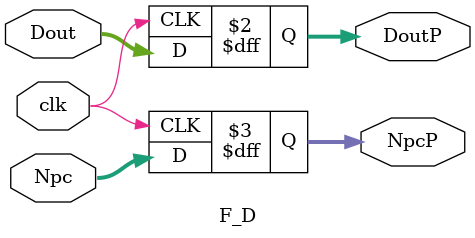
<source format=v>
module F_D(clk,Dout,Npc,DoutP,NpcP);

input clk;
input [15:0] Dout,Npc;
output reg [15:0] DoutP,NpcP;

always @(posedge clk)
begin
DoutP=Dout;
NpcP=Npc;
end
endmodule



</source>
